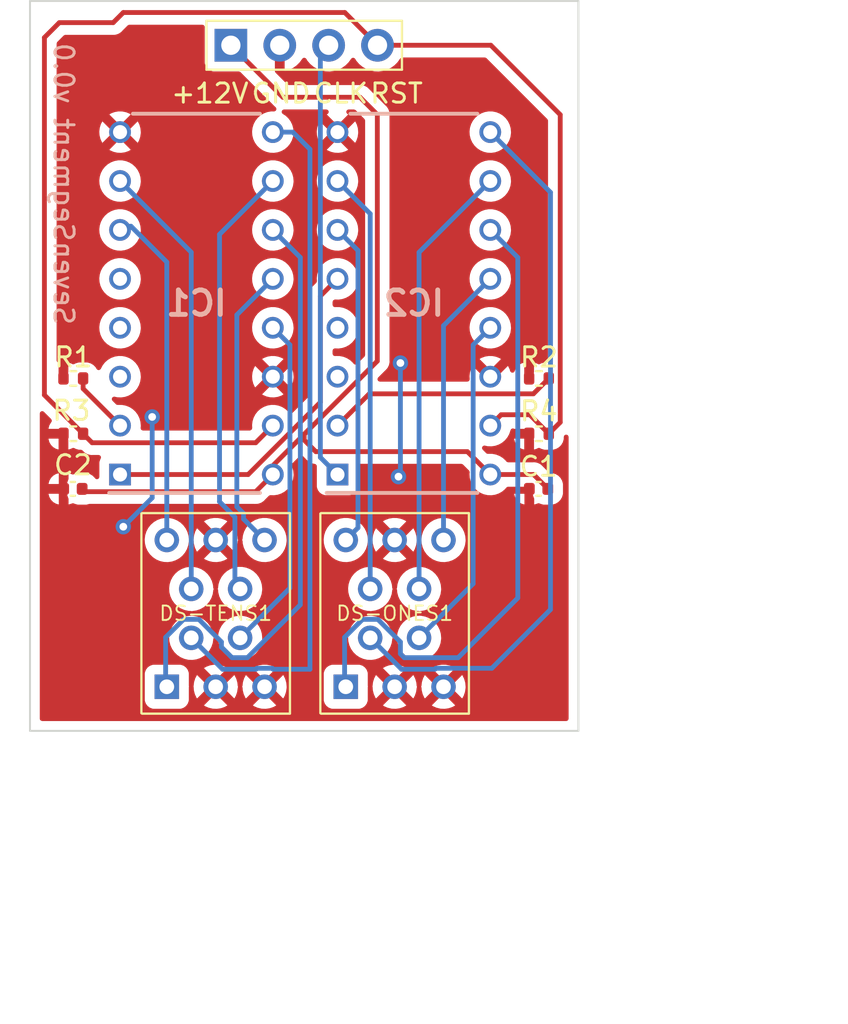
<source format=kicad_pcb>
(kicad_pcb (version 20211014) (generator pcbnew)
  (layers (0 "F.Cu" signal) (31 "B.Cu" signal) (34 "B.Paste" user) (35 "F.Paste" user) (36 "B.SilkS" user "B.Silkscreen") (37 "F.SilkS" user "F.Silkscreen") (38 "B.Mask" user) (39 "F.Mask" user) (44 "Edge.Cuts" user))
  (net 0 "")
  (net 1 "GND")
  (net 2 "+12V")
  (net 3 "CARRY_1")
  (net 4 "Net-(IC1-Pad2)")
  (net 8 "/F2")
  (net 9 "/G2")
  (net 10 "/D2")
  (net 11 "/A2")
  (net 12 "/E2")
  (net 13 "/B2")
  (net 14 "/C2")
  (net 15 "/RESET")
  (net 16 "CLOCK_BAR")
  (net 17 "Net-(IC2-Pad2)")
  (net 20 "/F1")
  (net 21 "/G1")
  (net 22 "/D1")
  (net 23 "/A1")
  (net 24 "/E1")
  (net 25 "/B1")
  (net 26 "/C1")
  (footprint "4ms_Connector:Pins_1x04_2.54mm_TH_SWD" (layer "F.Cu") (at 104.2 79.3 90)
    (fp_text reference "J1" hide)
    (fp_text value "Conn_01x04" hide)
    (fp_line (start 1.27 -5.08) (end -1.27 -5.08) (layer "F.SilkS") (width 0.12))
    (fp_line (start -1.27 5.08) (end 1.27 5.08) (layer "F.SilkS") (width 0.12))
    (fp_line (start 1.27 5.08) (end 1.27 -5.08) (layer "F.SilkS") (width 0.12))
    (fp_line (start -1.27 -5.08) (end -1.27 5.08) (layer "F.SilkS") (width 0.12))
    (pad "1" thru_hole rect locked (at 0 -3.81 90) (size 1.7 1.7) (drill 1) (layers *.Cu *.Mask) (net 2 "+12V"))
    (pad "2" thru_hole oval locked (at 0 -1.27 90) (size 1.7 1.7) (drill 1) (layers *.Cu *.Mask) (net 1 "GND"))
    (pad "3" thru_hole oval locked (at 0 1.27 90) (size 1.7 1.7) (drill 1) (layers *.Cu *.Mask) (net 16 "CLOCK_BAR"))
    (pad "4" thru_hole oval locked (at 0 3.81 90) (size 1.7 1.7) (drill 1) (layers *.Cu *.Mask) (net 15 "/RESET"))
  )
  (footprint "Resistor_SMD:R_0402_1005Metric" (layer "F.Cu") (at 92.2 99.4725)
    (fp_text reference "R3" (at -0.1 -1.2) (layer "F.SilkS"))
    (fp_text value "10K")
    (fp_line (start -0.153641 -0.38) (end 0.153641 -0.38) (layer "F.SilkS") (width 0.12))
    (fp_line (start -0.153641 0.38) (end 0.153641 0.38) (layer "F.SilkS") (width 0.12))
    (pad "1" smd roundrect (at -0.51 0) (size 0.54 0.64) (layers "F.Cu" "F.Paste" "F.Mask") (net 1 "GND"))
    (pad "2" smd roundrect (at 0.51 0) (size 0.54 0.64) (layers "F.Cu" "F.Paste" "F.Mask") (net 15 "/RESET"))
  )
  (footprint "Resistor_SMD:R_0402_1005Metric" (layer "F.Cu") (at 116.4 99.4725)
    (fp_text reference "R4" (at 0 -1.17) (layer "F.SilkS"))
    (fp_text value "10K")
    (fp_line (start -0.153641 0.38) (end 0.153641 0.38) (layer "F.SilkS") (width 0.12))
    (fp_line (start -0.153641 -0.38) (end 0.153641 -0.38) (layer "F.SilkS") (width 0.12))
    (pad "1" smd roundrect (at -0.51 0) (size 0.54 0.64) (layers "F.Cu" "F.Paste" "F.Mask") (net 1 "GND"))
    (pad "2" smd roundrect (at 0.51 0) (size 0.54 0.64) (layers "F.Cu" "F.Paste" "F.Mask") (net 15 "/RESET"))
  )
  (footprint "Resistor_SMD:R_0402_1005Metric" (layer "F.Cu") (at 116.4 96.6 180)
    (fp_text reference "R2" (at 0 1.1) (layer "F.SilkS"))
    (fp_text value "10K")
    (fp_line (start -0.153641 0.38) (end 0.153641 0.38) (layer "F.SilkS") (width 0.12))
    (fp_line (start -0.153641 -0.38) (end 0.153641 -0.38) (layer "F.SilkS") (width 0.12))
    (pad "1" smd roundrect (at -0.51 0 180) (size 0.54 0.64) (layers "F.Cu" "F.Paste" "F.Mask") (net 17 "Net-(IC2-Pad2)"))
    (pad "2" smd roundrect (at 0.51 0 180) (size 0.54 0.64) (layers "F.Cu" "F.Paste" "F.Mask") (net 1 "GND"))
  )
  (footprint "Resistor_SMD:R_0402_1005Metric" (layer "F.Cu") (at 92.2 96.6 180)
    (fp_text reference "R1" (at 0 1.1) (layer "F.SilkS"))
    (fp_text value "10K")
    (fp_line (start -0.153641 -0.38) (end 0.153641 -0.38) (layer "F.SilkS") (width 0.12))
    (fp_line (start -0.153641 0.38) (end 0.153641 0.38) (layer "F.SilkS") (width 0.12))
    (pad "1" smd roundrect (at -0.51 0 180) (size 0.54 0.64) (layers "F.Cu" "F.Paste" "F.Mask") (net 4 "Net-(IC1-Pad2)"))
    (pad "2" smd roundrect (at 0.51 0 180) (size 0.54 0.64) (layers "F.Cu" "F.Paste" "F.Mask") (net 1 "GND"))
  )
  (footprint "Capacitor_SMD:C_0402_1005Metric" (layer "F.Cu") (at 116.38 102.335)
    (fp_text reference "C1" (at 0 -1.16) (layer "F.SilkS"))
    (fp_text value "100nf")
    (fp_line (start -0.107836 -0.36) (end 0.107836 -0.36) (layer "F.SilkS") (width 0.12))
    (fp_line (start -0.107836 0.36) (end 0.107836 0.36) (layer "F.SilkS") (width 0.12))
    (pad "1" smd roundrect (at -0.48 0) (size 0.56 0.62) (layers "F.Cu" "F.Paste" "F.Mask") (net 1 "GND"))
    (pad "2" smd roundrect (at 0.48 0) (size 0.56 0.62) (layers "F.Cu" "F.Paste" "F.Mask") (net 2 "+12V"))
  )
  (footprint "TDSR0760:TDSR0760" (layer "F.Cu") (at 102.14 104.99)
    (fp_text reference "DS-TENS1" (at -2.54 3.81) (layer "F.SilkS") (effects (font (size 0.75 0.75) (thickness 0.1))))
    (fp_text value "TDSR0760")
    (fp_line (start 1.2827 -1.397) (end -6.3627 -1.397) (layer "F.SilkS") (width 0.12))
    (fp_line (start -6.3627 9.017) (end 1.2827 9.017) (layer "F.SilkS") (width 0.12))
    (fp_line (start 1.3208 9.017) (end 1.3208 -1.397) (layer "F.SilkS") (width 0.12))
    (fp_line (start -6.4008 -1.3716) (end -6.4008 8.9916) (layer "F.SilkS") (width 0.12))
    (pad "1" thru_hole rect (at -5.08 7.62) (size 1.27 1.27) (drill 0.762) (layers *.Cu *.Mask) (net 12 "/E2"))
    (pad "2" thru_hole circle (at -3.81 5.08) (size 1.27 1.27) (drill 0.762) (layers *.Cu *.Mask) (net 10 "/D2"))
    (pad "3" thru_hole circle (at -2.54 7.62) (size 1.27 1.27) (drill 0.762) (layers *.Cu *.Mask) (net 1 "GND"))
    (pad "4" thru_hole circle (at -1.27 5.08) (size 1.27 1.27) (drill 0.762) (layers *.Cu *.Mask) (net 14 "/C2"))
    (pad "5" thru_hole circle (at 0 7.62) (size 1.27 1.27) (drill 0.762) (layers *.Cu *.Mask) (net 1 "GND"))
    (pad "6" thru_hole circle (at 0 0) (size 1.27 1.27) (drill 0.762) (layers *.Cu *.Mask) (net 13 "/B2"))
    (pad "7" thru_hole circle (at -1.27 2.54) (size 1.27 1.27) (drill 0.762) (layers *.Cu *.Mask) (net 11 "/A2"))
    (pad "8" thru_hole circle (at -2.54 0) (size 1.27 1.27) (drill 0.762) (layers *.Cu *.Mask) (net 1 "GND"))
    (pad "9" thru_hole circle (at -3.81 2.54) (size 1.27 1.27) (drill 0.762) (layers *.Cu *.Mask) (net 9 "/G2"))
    (pad "10" thru_hole circle (at -5.08 0) (size 1.27 1.27) (drill 0.762) (layers *.Cu *.Mask) (net 8 "/F2"))
  )
  (footprint "Capacitor_SMD:C_0402_1005Metric" (layer "F.Cu") (at 92.18 102.335)
    (fp_text reference "C2" (at 0 -1.235) (layer "F.SilkS"))
    (fp_text value "100nf")
    (fp_line (start -0.107836 -0.36) (end 0.107836 -0.36) (layer "F.SilkS") (width 0.12))
    (fp_line (start -0.107836 0.36) (end 0.107836 0.36) (layer "F.SilkS") (width 0.12))
    (pad "1" smd roundrect (at -0.48 0) (size 0.56 0.62) (layers "F.Cu" "F.Paste" "F.Mask") (net 1 "GND"))
    (pad "2" smd roundrect (at 0.48 0) (size 0.56 0.62) (layers "F.Cu" "F.Paste" "F.Mask") (net 2 "+12V"))
  )
  (footprint "TDSR0760:TDSR0760" (layer "F.Cu") (at 111.44 104.99)
    (fp_text reference "DS-ONES1" (at -2.54 3.81) (layer "F.SilkS") (effects (font (size 0.75 0.75) (thickness 0.1))))
    (fp_text value "TDSR0760")
    (fp_line (start -6.3627 9.017) (end 1.2827 9.017) (layer "F.SilkS") (width 0.12))
    (fp_line (start 1.3208 9.017) (end 1.3208 -1.397) (layer "F.SilkS") (width 0.12))
    (fp_line (start 1.2827 -1.397) (end -6.3627 -1.397) (layer "F.SilkS") (width 0.12))
    (fp_line (start -6.4008 -1.3716) (end -6.4008 8.9916) (layer "F.SilkS") (width 0.12))
    (pad "1" thru_hole rect (at -5.08 7.62) (size 1.27 1.27) (drill 0.762) (layers *.Cu *.Mask) (net 24 "/E1"))
    (pad "2" thru_hole circle (at -3.81 5.08) (size 1.27 1.27) (drill 0.762) (layers *.Cu *.Mask) (net 22 "/D1"))
    (pad "3" thru_hole circle (at -2.54 7.62) (size 1.27 1.27) (drill 0.762) (layers *.Cu *.Mask) (net 1 "GND"))
    (pad "4" thru_hole circle (at -1.27 5.08) (size 1.27 1.27) (drill 0.762) (layers *.Cu *.Mask) (net 26 "/C1"))
    (pad "5" thru_hole circle (at 0 7.62) (size 1.27 1.27) (drill 0.762) (layers *.Cu *.Mask) (net 1 "GND"))
    (pad "6" thru_hole circle (at 0 0) (size 1.27 1.27) (drill 0.762) (layers *.Cu *.Mask) (net 25 "/B1"))
    (pad "7" thru_hole circle (at -1.27 2.54) (size 1.27 1.27) (drill 0.762) (layers *.Cu *.Mask) (net 23 "/A1"))
    (pad "8" thru_hole circle (at -2.54 0) (size 1.27 1.27) (drill 0.762) (layers *.Cu *.Mask) (net 1 "GND"))
    (pad "9" thru_hole circle (at -3.81 2.54) (size 1.27 1.27) (drill 0.762) (layers *.Cu *.Mask) (net 21 "/G1"))
    (pad "10" thru_hole circle (at -5.08 0) (size 1.27 1.27) (drill 0.762) (layers *.Cu *.Mask) (net 20 "/F1"))
  )
  (footprint "SamacSys_Parts:DIP794W53P254L1930H508Q16N" (layer "B.Cu") (at 98.6 92.7)
    (fp_text reference "IC1" (at 0 0) (layer "B.SilkS") (effects (font (size 1.27 1.27) (thickness 0.254)) (justify mirror)))
    (fp_text value "CD4033BE" hide)
    (fp_line (start -3.3 -9.845) (end 3.3 -9.845) (layer "B.SilkS") (width 0.2))
    (fp_line (start -4.535 9.845) (end 3.3 9.845) (layer "B.SilkS") (width 0.2))
    (pad "1" thru_hole rect locked (at -3.97 8.89) (size 1.13 1.13) (drill 0.73) (layers *.Cu *.Mask) (net 3 "CARRY_1"))
    (pad "2" thru_hole circle locked (at -3.97 6.35) (size 1.13 1.13) (drill 0.73) (layers *.Cu *.Mask) (net 4 "Net-(IC1-Pad2)"))
    (pad "3" thru_hole circle locked (at -3.97 3.81) (size 1.13 1.13) (drill 0.73) (layers *.Cu *.Mask))
    (pad "4" thru_hole circle locked (at -3.97 1.27) (size 1.13 1.13) (drill 0.73) (layers *.Cu *.Mask))
    (pad "5" thru_hole circle locked (at -3.97 -1.27) (size 1.13 1.13) (drill 0.73) (layers *.Cu *.Mask))
    (pad "6" thru_hole circle locked (at -3.97 -3.81) (size 1.13 1.13) (drill 0.73) (layers *.Cu *.Mask) (net 8 "/F2"))
    (pad "7" thru_hole circle locked (at -3.97 -6.35) (size 1.13 1.13) (drill 0.73) (layers *.Cu *.Mask) (net 9 "/G2"))
    (pad "8" thru_hole circle locked (at -3.97 -8.89) (size 1.13 1.13) (drill 0.73) (layers *.Cu *.Mask) (net 1 "GND"))
    (pad "9" thru_hole circle locked (at 3.97 -8.89) (size 1.13 1.13) (drill 0.73) (layers *.Cu *.Mask) (net 10 "/D2"))
    (pad "10" thru_hole circle locked (at 3.97 -6.35) (size 1.13 1.13) (drill 0.73) (layers *.Cu *.Mask) (net 11 "/A2"))
    (pad "11" thru_hole circle locked (at 3.97 -3.81) (size 1.13 1.13) (drill 0.73) (layers *.Cu *.Mask) (net 12 "/E2"))
    (pad "12" thru_hole circle locked (at 3.97 -1.27) (size 1.13 1.13) (drill 0.73) (layers *.Cu *.Mask) (net 13 "/B2"))
    (pad "13" thru_hole circle locked (at 3.97 1.27) (size 1.13 1.13) (drill 0.73) (layers *.Cu *.Mask) (net 14 "/C2"))
    (pad "14" thru_hole circle locked (at 3.97 3.81) (size 1.13 1.13) (drill 0.73) (layers *.Cu *.Mask) (net 1 "GND"))
    (pad "15" thru_hole circle locked (at 3.97 6.35) (size 1.13 1.13) (drill 0.73) (layers *.Cu *.Mask) (net 15 "/RESET"))
    (pad "16" thru_hole circle locked (at 3.97 8.89) (size 1.13 1.13) (drill 0.73) (layers *.Cu *.Mask) (net 2 "+12V"))
  )
  (footprint "SamacSys_Parts:DIP794W53P254L1930H508Q16N" (layer "B.Cu") (at 109.9 92.7)
    (fp_text reference "IC2" (at 0 0) (layer "B.SilkS") (effects (font (size 1.27 1.27) (thickness 0.254)) (justify mirror)))
    (fp_text value "CD4033BE" hide)
    (fp_line (start -3.3 -9.845) (end 3.3 -9.845) (layer "B.SilkS") (width 0.2))
    (fp_line (start -4.535 9.845) (end 3.3 9.845) (layer "B.SilkS") (width 0.2))
    (pad "1" thru_hole rect locked (at -3.97 8.89) (size 1.13 1.13) (drill 0.73) (layers *.Cu *.Mask) (net 16 "CLOCK_BAR"))
    (pad "2" thru_hole circle locked (at -3.97 6.35) (size 1.13 1.13) (drill 0.73) (layers *.Cu *.Mask) (net 17 "Net-(IC2-Pad2)"))
    (pad "3" thru_hole circle locked (at -3.97 3.81) (size 1.13 1.13) (drill 0.73) (layers *.Cu *.Mask))
    (pad "4" thru_hole circle locked (at -3.97 1.27) (size 1.13 1.13) (drill 0.73) (layers *.Cu *.Mask))
    (pad "5" thru_hole circle locked (at -3.97 -1.27) (size 1.13 1.13) (drill 0.73) (layers *.Cu *.Mask) (net 3 "CARRY_1"))
    (pad "6" thru_hole circle locked (at -3.97 -3.81) (size 1.13 1.13) (drill 0.73) (layers *.Cu *.Mask) (net 20 "/F1"))
    (pad "7" thru_hole circle locked (at -3.97 -6.35) (size 1.13 1.13) (drill 0.73) (layers *.Cu *.Mask) (net 21 "/G1"))
    (pad "8" thru_hole circle locked (at -3.97 -8.89) (size 1.13 1.13) (drill 0.73) (layers *.Cu *.Mask) (net 1 "GND"))
    (pad "9" thru_hole circle locked (at 3.97 -8.89) (size 1.13 1.13) (drill 0.73) (layers *.Cu *.Mask) (net 22 "/D1"))
    (pad "10" thru_hole circle locked (at 3.97 -6.35) (size 1.13 1.13) (drill 0.73) (layers *.Cu *.Mask) (net 23 "/A1"))
    (pad "11" thru_hole circle locked (at 3.97 -3.81) (size 1.13 1.13) (drill 0.73) (layers *.Cu *.Mask) (net 24 "/E1"))
    (pad "12" thru_hole circle locked (at 3.97 -1.27) (size 1.13 1.13) (drill 0.73) (layers *.Cu *.Mask) (net 25 "/B1"))
    (pad "13" thru_hole circle locked (at 3.97 1.27) (size 1.13 1.13) (drill 0.73) (layers *.Cu *.Mask) (net 26 "/C1"))
    (pad "14" thru_hole circle locked (at 3.97 3.81) (size 1.13 1.13) (drill 0.73) (layers *.Cu *.Mask) (net 1 "GND"))
    (pad "15" thru_hole circle locked (at 3.97 6.35) (size 1.13 1.13) (drill 0.73) (layers *.Cu *.Mask) (net 15 "/RESET"))
    (pad "16" thru_hole circle locked (at 3.97 8.89) (size 1.13 1.13) (drill 0.73) (layers *.Cu *.Mask) (net 2 "+12V"))
  )
  (gr_line (start 118.45 77) (end 118.45 114.9) (layer "Edge.Cuts") (width 0.1))
  (gr_line (start 89.95 114.9) (end 118.45 114.9) (layer "Edge.Cuts") (width 0.1))
  (gr_line (start 89.95 77) (end 118.45 77) (layer "Edge.Cuts") (width 0.1))
  (gr_line (start 89.95 77) (end 89.95 114.9) (layer "Edge.Cuts") (width 0.1))
  (gr_text "SevenSegment v0.0" (at 91.7 86.5 -90) (layer "B.SilkS") (effects (font (size 1 1)) (justify mirror)))
  (gr_text "GND\n" (at 103 81.8) (layer "F.SilkS") (effects (font (size 1 1))))
  (gr_text "RST\n" (at 109 81.8) (layer "F.SilkS") (effects (font (size 1 1))))
  (gr_text "+12V" (at 99.3 81.8) (layer "F.SilkS") (effects (font (size 1 1))))
  (gr_text "CLK" (at 106.1 81.8) (layer "F.SilkS") (effects (font (size 1 1))))
  (via (at 94.8 104.3) (size 0.8) (drill 0.4) (layers "F.Cu" "B.Cu") (net 1))
  (via (at 109.2 95.8) (size 0.8) (drill 0.4) (layers "F.Cu" "B.Cu") (net 1))
  (via (at 109.1 101.7) (size 0.8) (drill 0.4) (layers "F.Cu" "B.Cu") (net 1))
  (via (at 96.3 98.6) (size 0.8) (drill 0.4) (layers "F.Cu" "B.Cu") (net 1))
  (segment (start 96.3 98.6) (end 96.3 102.8) (width 0.25) (layer "B.Cu") (net 1))
  (segment (start 96.3 102.8) (end 94.8 104.3) (width 0.25) (layer "B.Cu") (net 1))
  (segment (start 109.2 101.6) (end 109.2 95.8) (width 0.25) (layer "B.Cu") (net 1))
  (segment (start 109.1 101.7) (end 109.2 101.6) (width 0.25) (layer "B.Cu") (net 1))
  (segment (start 112.68 100.4) (end 104.8 100.4) (width 0.25) (layer "F.Cu") (net 2))
  (segment (start 116.86 102.335) (end 116.86 102.327391) (width 0.25) (layer "F.Cu") (net 2))
  (segment (start 108 82.9) (end 107.1 82) (width 0.25) (layer "F.Cu") (net 2))
  (segment (start 116.86 102.327391) (end 116.122609 101.59) (width 0.25) (layer "F.Cu") (net 2))
  (segment (start 104.8 100.4) (end 104.2 99.8) (width 0.25) (layer "F.Cu") (net 2))
  (segment (start 104.2 99.8) (end 104.2 99.498652) (width 0.25) (layer "F.Cu") (net 2))
  (segment (start 101.68 102.48) (end 102.57 101.59) (width 0.25) (layer "F.Cu") (net 2))
  (segment (start 113.87 101.59) (end 112.68 100.4) (width 0.25) (layer "F.Cu") (net 2))
  (segment (start 104.2 99.498652) (end 104.449326 99.249326) (width 0.25) (layer "F.Cu") (net 2))
  (segment (start 102.57 101.59) (end 102.57 101.128651) (width 0.25) (layer "F.Cu") (net 2))
  (segment (start 92.805 102.48) (end 101.68 102.48) (width 0.25) (layer "F.Cu") (net 2))
  (segment (start 102.57 101.128651) (end 104.449326 99.249326) (width 0.25) (layer "F.Cu") (net 2))
  (segment (start 107.1 82) (end 103.09 82) (width 0.25) (layer "F.Cu") (net 2))
  (segment (start 92.66 102.335) (end 92.805 102.48) (width 0.25) (layer "F.Cu") (net 2))
  (segment (start 108 95.698652) (end 108 82.9) (width 0.25) (layer "F.Cu") (net 2))
  (segment (start 116.122609 101.59) (end 113.87 101.59) (width 0.25) (layer "F.Cu") (net 2))
  (segment (start 103.09 82) (end 100.39 79.3) (width 0.25) (layer "F.Cu") (net 2))
  (segment (start 104.449326 99.249326) (end 108 95.698652) (width 0.25) (layer "F.Cu") (net 2))
  (segment (start 105.04 92.32) (end 105.93 91.43) (width 0.25) (layer "F.Cu") (net 3))
  (segment (start 101.28865 101.59) (end 105.04 97.83865) (width 0.25) (layer "F.Cu") (net 3))
  (segment (start 94.63 101.59) (end 101.28865 101.59) (width 0.25) (layer "F.Cu") (net 3))
  (segment (start 105.04 97.83865) (end 105.04 92.32) (width 0.25) (layer "F.Cu") (net 3))
  (segment (start 92.71 96.6) (end 92.71 97.13) (width 0.25) (layer "F.Cu") (net 4))
  (segment (start 92.71 97.13) (end 94.63 99.05) (width 0.25) (layer "F.Cu") (net 4))
  (segment (start 97.06 90.56) (end 95.2 88.7) (width 0.25) (layer "B.Cu") (net 8))
  (segment (start 95.2 88.7) (end 94.82 88.7) (width 0.25) (layer "B.Cu") (net 8))
  (segment (start 97.06 104.99) (end 97.06 90.56) (width 0.25) (layer "B.Cu") (net 8))
  (segment (start 94.82 88.7) (end 94.63 88.89) (width 0.25) (layer "B.Cu") (net 8))
  (segment (start 98.33 90.05) (end 94.63 86.35) (width 0.25) (layer "B.Cu") (net 9))
  (segment (start 98.33 107.53) (end 98.33 90.05) (width 0.25) (layer "B.Cu") (net 9))
  (segment (start 101.692354 111.7) (end 101.742354 111.65) (width 0.25) (layer "B.Cu") (net 10))
  (segment (start 98.33 110.07) (end 99.96 111.7) (width 0.25) (layer "B.Cu") (net 10))
  (segment (start 104.5 84.7) (end 103.61 83.81) (width 0.25) (layer "B.Cu") (net 10))
  (segment (start 104.5 111.7) (end 104.5 84.7) (width 0.25) (layer "B.Cu") (net 10))
  (segment (start 103.61 83.81) (end 102.57 83.81) (width 0.25) (layer "B.Cu") (net 10))
  (segment (start 101.742354 111.65) (end 102.537646 111.65) (width 0.25) (layer "B.Cu") (net 10))
  (segment (start 102.587646 111.7) (end 104.5 111.7) (width 0.25) (layer "B.Cu") (net 10))
  (segment (start 102.537646 111.65) (end 102.587646 111.7) (width 0.25) (layer "B.Cu") (net 10))
  (segment (start 99.96 111.7) (end 101.692354 111.7) (width 0.25) (layer "B.Cu") (net 10))
  (segment (start 99.8 103) (end 99.8 89.12) (width 0.25) (layer "B.Cu") (net 11))
  (segment (start 100.6 107.26) (end 100.6 103.8) (width 0.25) (layer "B.Cu") (net 11))
  (segment (start 99.8 89.12) (end 102.57 86.35) (width 0.25) (layer "B.Cu") (net 11))
  (segment (start 100.87 107.53) (end 100.6 107.26) (width 0.25) (layer "B.Cu") (net 11))
  (segment (start 100.6 103.8) (end 99.8 103) (width 0.25) (layer "B.Cu") (net 11))
  (segment (start 101.25 111.1) (end 104 108.35) (width 0.25) (layer "B.Cu") (net 12))
  (segment (start 97 110.042354) (end 97.932354 109.11) (width 0.25) (layer "B.Cu") (net 12))
  (segment (start 100.45 111.1) (end 101.25 111.1) (width 0.25) (layer "B.Cu") (net 12))
  (segment (start 99.898198 110.280552) (end 99.898198 110.548198) (width 0.25) (layer "B.Cu") (net 12))
  (segment (start 104 90.32) (end 102.57 88.89) (width 0.25) (layer "B.Cu") (net 12))
  (segment (start 97.932354 109.11) (end 98.727646 109.11) (width 0.25) (layer "B.Cu") (net 12))
  (segment (start 98.727646 109.11) (end 99.898198 110.280552) (width 0.25) (layer "B.Cu") (net 12))
  (segment (start 104 108.35) (end 104 90.32) (width 0.25) (layer "B.Cu") (net 12))
  (segment (start 99.898198 110.548198) (end 100.45 111.1) (width 0.25) (layer "B.Cu") (net 12))
  (segment (start 97 112.7) (end 97 110.042354) (width 0.25) (layer "B.Cu") (net 12))
  (segment (start 97.06 112.61) (end 97.06 112.64) (width 0.25) (layer "B.Cu") (net 12))
  (segment (start 97.06 112.64) (end 97 112.7) (width 0.25) (layer "B.Cu") (net 12))
  (segment (start 100.7 93.3) (end 102.57 91.43) (width 0.25) (layer "B.Cu") (net 13))
  (segment (start 101.05 103.613604) (end 100.7 103.263604) (width 0.25) (layer "B.Cu") (net 13))
  (segment (start 101.05 103.9) (end 101.05 103.613604) (width 0.25) (layer "B.Cu") (net 13))
  (segment (start 102.14 104.99) (end 101.05 103.9) (width 0.25) (layer "B.Cu") (net 13))
  (segment (start 100.7 103.263604) (end 100.7 93.3) (width 0.25) (layer "B.Cu") (net 13))
  (segment (start 100.87 110.07) (end 103.46 107.48) (width 0.25) (layer "B.Cu") (net 14))
  (segment (start 103.46 94.86) (end 102.57 93.97) (width 0.25) (layer "B.Cu") (net 14))
  (segment (start 103.46 107.48) (end 103.46 94.86) (width 0.25) (layer "B.Cu") (net 14))
  (segment (start 115.9225 98.485) (end 116.91 99.4725) (width 0.25) (layer "F.Cu") (net 15))
  (segment (start 113.87 99.05) (end 114.435 98.485) (width 0.25) (layer "F.Cu") (net 15))
  (segment (start 93.1775 99.94) (end 101.68 99.94) (width 0.25) (layer "F.Cu") (net 15))
  (segment (start 108.01 79.3) (end 113.9 79.3) (width 0.25) (layer "F.Cu") (net 15))
  (segment (start 106.31 77.6) (end 94.8 77.6) (width 0.25) (layer "F.Cu") (net 15))
  (segment (start 91.475 78.125) (end 90.7 78.9) (width 0.25) (layer "F.Cu") (net 15))
  (segment (start 90.7 78.9) (end 90.7 97.4625) (width 0.25) (layer "F.Cu") (net 15))
  (segment (start 114.435 98.485) (end 115.9225 98.485) (width 0.25) (layer "F.Cu") (net 15))
  (segment (start 94.275 78.125) (end 91.475 78.125) (width 0.25) (layer "F.Cu") (net 15))
  (segment (start 101.68 99.94) (end 102.57 99.05) (width 0.25) (layer "F.Cu") (net 15))
  (segment (start 90.7 97.4625) (end 92.71 99.4725) (width 0.25) (layer "F.Cu") (net 15))
  (segment (start 117.505 98.8775) (end 116.91 99.4725) (width 0.25) (layer "F.Cu") (net 15))
  (segment (start 108.01 79.3) (end 106.31 77.6) (width 0.25) (layer "F.Cu") (net 15))
  (segment (start 92.71 99.4725) (end 93.1775 99.94) (width 0.25) (layer "F.Cu") (net 15))
  (segment (start 117.505 82.905) (end 117.505 98.8775) (width 0.25) (layer "F.Cu") (net 15))
  (segment (start 113.9 79.3) (end 117.505 82.905) (width 0.25) (layer "F.Cu") (net 15))
  (segment (start 94.8 77.6) (end 94.275 78.125) (width 0.25) (layer "F.Cu") (net 15))
  (segment (start 105.93 101.59) (end 105.04 100.7) (width 0.25) (layer "B.Cu") (net 16))
  (segment (start 105.04 100.7) (end 105.04 79.73) (width 0.25) (layer "B.Cu") (net 16))
  (segment (start 105.04 79.73) (end 105.47 79.3) (width 0.25) (layer "B.Cu") (net 16))
  (segment (start 107.58 97.4) (end 105.93 99.05) (width 0.25) (layer "F.Cu") (net 17))
  (segment (start 116.11 97.4) (end 107.58 97.4) (width 0.25) (layer "F.Cu") (net 17))
  (segment (start 116.91 96.6) (end 116.11 97.4) (width 0.25) (layer "F.Cu") (net 17))
  (segment (start 106.995 104.355) (end 106.995 89.955) (width 0.25) (layer "B.Cu") (net 20))
  (segment (start 106.36 104.99) (end 106.995 104.355) (width 0.25) (layer "B.Cu") (net 20))
  (segment (start 106.995 89.955) (end 105.93 88.89) (width 0.25) (layer "B.Cu") (net 20))
  (segment (start 107.63 88.05) (end 105.93 86.35) (width 0.25) (layer "B.Cu") (net 21))
  (segment (start 107.63 107.53) (end 107.63 88.05) (width 0.25) (layer "B.Cu") (net 21))
  (segment (start 111.042354 111.65) (end 113.95 111.65) (width 0.25) (layer "B.Cu") (net 22))
  (segment (start 117 86.94) (end 113.87 83.81) (width 0.25) (layer "B.Cu") (net 22))
  (segment (start 107.63 110.07) (end 109.26 111.7) (width 0.25) (layer "B.Cu") (net 22))
  (segment (start 117 108.6) (end 117 86.94) (width 0.25) (layer "B.Cu") (net 22))
  (segment (start 110.992354 111.7) (end 111.042354 111.65) (width 0.25) (layer "B.Cu") (net 22))
  (segment (start 109.26 111.7) (end 110.992354 111.7) (width 0.25) (layer "B.Cu") (net 22))
  (segment (start 113.95 111.65) (end 117 108.6) (width 0.25) (layer "B.Cu") (net 22))
  (segment (start 110.17 90.05) (end 113.87 86.35) (width 0.25) (layer "B.Cu") (net 23))
  (segment (start 110.17 107.53) (end 110.17 90.05) (width 0.25) (layer "B.Cu") (net 23))
  (segment (start 108.027646 109.11) (end 109.2 110.282354) (width 0.25) (layer "B.Cu") (net 24))
  (segment (start 106.36 112.61) (end 106.36 112.64) (width 0.25) (layer "B.Cu") (net 24))
  (segment (start 115.3 108) (end 115.3 90.32) (width 0.25) (layer "B.Cu") (net 24))
  (segment (start 106.3 110.042354) (end 107.232354 109.11) (width 0.25) (layer "B.Cu") (net 24))
  (segment (start 106.36 112.64) (end 106.3 112.7) (width 0.25) (layer "B.Cu") (net 24))
  (segment (start 109.2 110.9) (end 109.4 111.1) (width 0.25) (layer "B.Cu") (net 24))
  (segment (start 109.2 110.282354) (end 109.2 110.9) (width 0.25) (layer "B.Cu") (net 24))
  (segment (start 109.4 111.1) (end 112.2 111.1) (width 0.25) (layer "B.Cu") (net 24))
  (segment (start 106.3 112.7) (end 106.3 110.042354) (width 0.25) (layer "B.Cu") (net 24))
  (segment (start 115.3 90.32) (end 113.87 88.89) (width 0.25) (layer "B.Cu") (net 24))
  (segment (start 107.232354 109.11) (end 108.027646 109.11) (width 0.25) (layer "B.Cu") (net 24))
  (segment (start 112.2 111.1) (end 115.3 108) (width 0.25) (layer "B.Cu") (net 24))
  (segment (start 111.44 93.86) (end 113.87 91.43) (width 0.25) (layer "B.Cu") (net 25))
  (segment (start 111.44 104.99) (end 111.44 93.86) (width 0.25) (layer "B.Cu") (net 25))
  (segment (start 112.98 107.26) (end 112.98 94.86) (width 0.25) (layer "B.Cu") (net 26))
  (segment (start 112.98 94.86) (end 113.87 93.97) (width 0.25) (layer "B.Cu") (net 26))
  (segment (start 110.17 110.07) (end 112.98 107.26) (width 0.25) (layer "B.Cu") (net 26))
  (zone (net 1) (net_name "GND") (layer "F.Cu") (connect_pads (clearance 0.508)) (min_thickness 0.254) (fill yes (thermal_gap 0.508) (thermal_bridge_width 0.508))
    (polygon (pts (xy 118.4 114.9) (xy 90 114.9) (xy 89.9 77) (xy 118.5 77)))
  )
)
</source>
